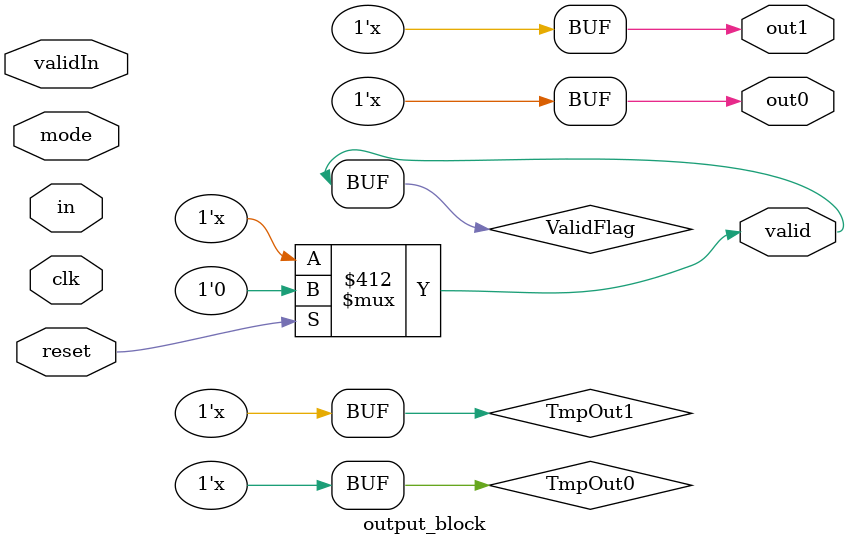
<source format=v>
`timescale 1 ns / 1 ns

/*
 Input value should change every 12 clock cycles.
 Holds input values into buffer (2 write cycles)
 Read to output from buffer (after 2 write cycle delay)
 Holds output values for 8 clock cycles.
 */

module output_block(in, clk, reset, mode, validIn, out0, out1, valid);

   // Ports
   input [3:0]        in;  // in[0] = x; in[1] = z; in[2] = z'; in[3] = x';
   wire [3:0]         in;
   input              clk, reset, mode, validIn;  // When Load is High, new input has arrived at the input port.
   wire               clk, reset, mode, validIn;  // Mode = 0 : Normal Mode; Mode = 1 : Termination Mode.
   output             out0, out1, valid;
   wire               out0, out1, valid;

   // Internal Variables
   reg [4:0]          counter;          // Counts up to 12.
   reg                RdStart;          // Read Start Flag - Turned on when enough bits have been written to buffer.
   reg [3:0]          WrIndex;          // Write Index - buffer index to which input bit is written.
   reg [3:0]          RdIndex;          // Read Index  - buffer index from which bit is read.
   reg                ValidFlag;        // Valid Flag  - Turned on when outputs are valid.
   reg                TmpOut0, TmpOut1; // Stores output values and drives out0 and out1 wires.

   // SRAM Interface variables
   reg                RdWr, DevEn, DevEn1, WriteLine;
   wire               readLine1, readLine2;
   reg [3:0]          addr1, addr2;

   // Instantiate Buffers
   SRAM10T_16B Buffer(.clk(!clk), .addr1(addr1), .addr2(addr2), .readLine1(readLine1), .readLine2(readLine2), .writeLine(WriteLine), .RdWr(RdWr), .DevEn(DevEn));



   always @(posedge clk) begin
      counter = counter + 1;

      // Reset counter @ 24
      if(counter == 5'd24) begin
         counter = 3'd0;
         RdStart = 1'b1; // Start Reading now.
      end
   end



   always @(counter or reset) begin

      if(reset) begin
         counter       = 5'd31;
         RdStart       = 1'b0;
         DevEn         = 1'b1;
         addr1         = 3'd0;
         addr2         = 3'd0;
         RdWr          = 1'b0;
         WrIndex       = 4'd0;
         RdIndex       = 4'd0;
         ValidFlag     = 1'b0;
      end
      else begin

         // Write when counter @ 0,1,2,3  then 12,13,14,17
         if(validIn == 1) begin
            if(counter == 5'd0) begin
               RdWr      = 1'b1;
               DevEn     = 1'b0;
               WriteLine = in[0];
               addr1     = WrIndex;
               WrIndex   = WrIndex + 1;
            end

            if(counter == 5'd1) begin
               RdWr      = 1'b1;
               WriteLine = in[1];
               addr1     = WrIndex;
               if(mode)
                  WrIndex   = WrIndex + 5;
               else
                  WrIndex   = WrIndex + 1;
            end

            if(counter == 5'd2) begin
               RdWr      = 1'b1;
               WriteLine = in[2];
               addr1     = WrIndex;
               WrIndex   = WrIndex + 1;
            end

            if(counter == 5'd3 & mode) begin
               RdWr      = 1'b1;
               WriteLine = in[3];
               addr1     = WrIndex;
               WrIndex   = WrIndex - 5;
            end

            if(counter == 5'd12) begin
               RdWr      = 1'b1;
               WriteLine = in[0];
               addr1     = WrIndex;
               WrIndex   = WrIndex + 1;
            end

            if(counter == 5'd13) begin
               RdWr      = 1'b1;
               WriteLine = in[1];
               addr1     = WrIndex;
               if(mode)
                  WrIndex  = WrIndex + 5;
               else
                  WrIndex  = WrIndex + 1;
            end

            if(counter == 5'd14) begin
               RdWr      = 1'b1;
               WriteLine = in[2];
               addr1     = WrIndex;
               WrIndex   = WrIndex + 1;
            end

            if(counter == 5'd17 & mode) begin // 17 instead of 13 to avoid overlap with read operations
               RdWr      = 1'b1;
               WriteLine = in[3];
               addr1     = WrIndex;
               WrIndex   = WrIndex - 5;
            end
         end


         // Read Operations when counter == 0, 8, 16
         // Latch RdWr  when counter == 23, 7, 15
         if(RdStart) begin
            if(counter == 5'd23) begin
               RdWr      = 1'b0;
               addr1     = RdIndex;
               addr2     = RdIndex+1;
            end

            if(counter == 5'd0 & ValidFlag) begin
               TmpOut0   = readLine1;
               TmpOut1   = readLine2;
               RdIndex   = RdIndex + 2;
            end

            if(counter == 5'd7) begin
               RdWr      = 1'b0;
               addr1     = RdIndex;
               addr2     = RdIndex+1;
            end

            if(counter == 5'd8) begin
               ValidFlag = 1'b1;
               TmpOut0   = readLine1;
               TmpOut1   = readLine2;
               RdIndex   = RdIndex + 2;
            end

            if(counter == 5'd15) begin
               RdWr      = 1'b0;
               addr1     = RdIndex;
               addr2     = RdIndex+1;
            end

            if(counter == 5'd16) begin
               TmpOut0   = readLine1;
               TmpOut1   = readLine2;
               RdIndex   = RdIndex + 2;
            end
         end
      end
   end

   assign valid   = ValidFlag;
   assign out0    = TmpOut0;
   assign out1    = TmpOut1;

endmodule

</source>
